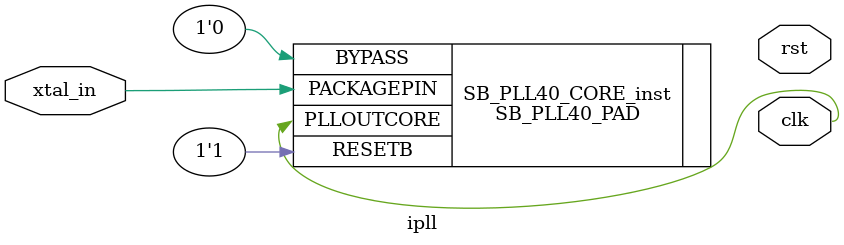
<source format=v>
module ipll(
    input xtal_in,
    output rst, clk,
);


// $ icepll -i 48

// F_PLLIN:    48.000 MHz (given)
// F_PLLOUT:   60.000 MHz (requested)
// F_PLLOUT:   60.000 MHz (achieved)

// FEEDBACK: SIMPLE
// F_PFD:   48.000 MHz
// F_VCO:  960.000 MHz

// DIVR:  0 (4'b0000)
// DIVF: 19 (7'b0010011)
// DIVQ:  4 (3'b100)

// FILTER_RANGE: 4 (3'b100)

// $ icepll -i 48 -o 100

// F_PLLIN:    48.000 MHz (given)
// F_PLLOUT:  100.000 MHz (requested)
// F_PLLOUT:  100.000 MHz (achieved)

// FEEDBACK: SIMPLE
// F_PFD:   16.000 MHz
// F_VCO:  800.000 MHz

// DIVR:  2 (4'b0010)
// DIVF: 49 (7'b0110001)
// DIVQ:  3 (3'b011)

// FILTER_RANGE: 1 (3'b001)

// $ icepll -i 48 -o 150

// F_PLLIN:    48.000 MHz (given)
// F_PLLOUT:  150.000 MHz (requested)
// F_PLLOUT:  150.000 MHz (achieved)

// FEEDBACK: SIMPLE
// F_PFD:   24.000 MHz
// F_VCO:  600.000 MHz

// DIVR:  1 (4'b0001)
// DIVF: 24 (7'b0011000)
// DIVQ:  2 (3'b010)

// FILTER_RANGE: 2 (3'b010)




   SB_PLL40_PAD #(
          .FEEDBACK_PATH("SIMPLE"),
          .PLLOUT_SELECT("GENCLK"),
          .DIVR(4'b0000),
          .DIVF(7'b0111100),
          .DIVQ(3'b101),
          .FILTER_RANGE(3'b001),
        ) SB_PLL40_CORE_inst (
          .RESETB(1'b1),
          .BYPASS(1'b0),
          .PLLOUTCORE(clk),
          .PACKAGEPIN(xtal_in)
    );


endmodule

</source>
